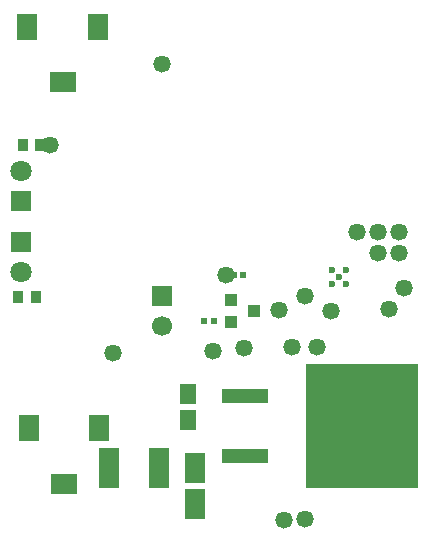
<source format=gbs>
G04*
G04 #@! TF.GenerationSoftware,Altium Limited,Altium Designer,21.1.1 (26)*
G04*
G04 Layer_Color=16711935*
%FSLAX42Y42*%
%MOMM*%
G71*
G04*
G04 #@! TF.SameCoordinates,92C87620-ECAA-41DB-B671-3A6BB777ED9A*
G04*
G04*
G04 #@! TF.FilePolarity,Negative*
G04*
G01*
G75*
%ADD30R,0.47X0.47*%
%ADD42R,1.80X1.80*%
%ADD43C,1.80*%
%ADD44R,2.30X1.70*%
%ADD45R,1.70X2.30*%
%ADD46C,1.70*%
%ADD47R,1.70X1.70*%
%ADD48C,0.60*%
%ADD49C,1.47*%
%ADD71R,1.75X2.60*%
%ADD72R,4.00X1.20*%
%ADD73R,9.50X10.60*%
%ADD74R,1.10X1.00*%
%ADD75R,1.35X1.75*%
%ADD76R,0.90X1.10*%
%ADD77R,1.70X3.40*%
D30*
X4367Y5005D02*
D03*
X4287D02*
D03*
X4618Y5395D02*
D03*
X4537D02*
D03*
D42*
X2735Y5679D02*
D03*
X2740Y6021D02*
D03*
D43*
X2735Y5426D02*
D03*
X2740Y6275D02*
D03*
D44*
X3090Y7030D02*
D03*
X3100Y3630D02*
D03*
D45*
X2790Y7500D02*
D03*
X3390D02*
D03*
X2800Y4100D02*
D03*
X3400D02*
D03*
D46*
X3933Y4967D02*
D03*
D47*
Y5222D02*
D03*
D48*
X5430Y5378D02*
D03*
X5371Y5437D02*
D03*
Y5319D02*
D03*
X5489D02*
D03*
Y5437D02*
D03*
D49*
X5940Y5760D02*
D03*
Y5580D02*
D03*
X5760Y5760D02*
D03*
Y5580D02*
D03*
X5580Y5760D02*
D03*
X3930Y7188D02*
D03*
X5358Y5092D02*
D03*
X4472Y5397D02*
D03*
X5142Y5216D02*
D03*
X5028Y4792D02*
D03*
X5245Y4788D02*
D03*
X5855Y5110D02*
D03*
X5142Y3328D02*
D03*
X4962Y3320D02*
D03*
X5983Y5288D02*
D03*
X4626Y4777D02*
D03*
X4922Y5100D02*
D03*
X3512Y4735D02*
D03*
X4365Y4755D02*
D03*
X2983Y6495D02*
D03*
D71*
X4210Y3762D02*
D03*
Y3458D02*
D03*
D72*
X4635Y3866D02*
D03*
Y4374D02*
D03*
D73*
X5620Y4120D02*
D03*
D74*
X4511Y4998D02*
D03*
Y5188D02*
D03*
X4711Y5093D02*
D03*
D75*
X4150Y4167D02*
D03*
Y4388D02*
D03*
D76*
X2865Y5212D02*
D03*
X2715D02*
D03*
X2900Y6500D02*
D03*
X2750D02*
D03*
D77*
X3903Y3767D02*
D03*
X3483D02*
D03*
M02*

</source>
